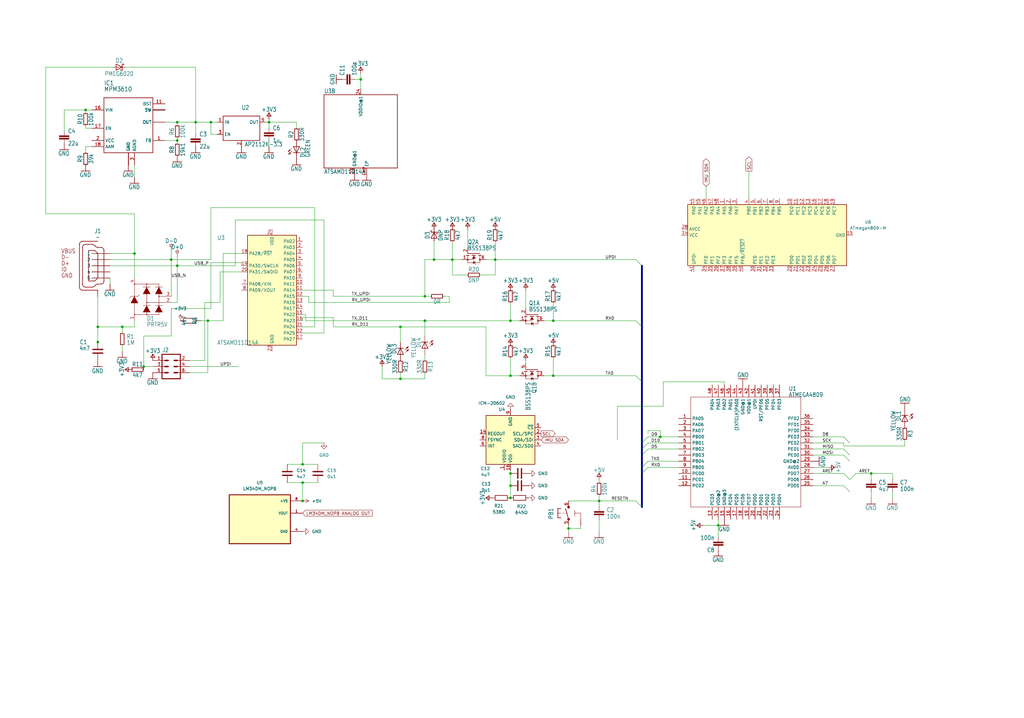
<source format=kicad_sch>
(kicad_sch (version 20231120) (generator "eeschema") (generator_version "8.0")
  (paper "User" 425.45 298.602)
  (junction (at 86.36 133.35))
  (junction (at 361.95 196.85))
  (junction (at 176.53 133.35))
  (junction (at 212.09 207.01))
  (junction (at 229.87 133.35))
  (junction (at 55.88 105.41))
  (junction (at 125.73 200.66))
  (junction (at 187.96 107.95))
  (junction (at 166.37 157.48))
  (junction (at 50.8 135.89))
  (junction (at 229.87 156.21))
  (junction (at 298.45 218.44))
  (junction (at 87.63 50.8))
  (junction (at 176.53 123.19))
  (junction (at 40.64 142.24))
  (junction (at 73.66 110.49))
  (junction (at 212.09 201.93))
  (junction (at 73.66 58.42))
  (junction (at 125.73 208.28))
  (junction (at 180.34 107.95))
  (junction (at 236.22 219.71))
  (junction (at 205.74 107.95))
  (junction (at 166.37 135.89))
  (junction (at 59.69 152.4))
  (junction (at 73.66 50.8))
  (junction (at 274.32 181.61))
  (junction (at 71.12 107.95))
  (junction (at 35.56 45.72))
  (junction (at 81.28 50.8))
  (junction (at 248.92 208.28))
  (junction (at 40.64 135.89))
  (junction (at 125.73 193.04))
  (junction (at 212.09 196.85))
  (junction (at 212.09 156.21))
  (junction (at 111.76 50.8))
  (junction (at 212.09 133.35))
  (junction (at 149.86 33.02))
  (bus_entry (at 264.16 208.28) (size 2.54 2.54))
  (bus_entry (at 264.16 156.21) (size 2.54 2.54))
  (bus_entry (at 269.24 194.31) (size -2.54 2.54))
  (bus_entry (at 350.52 201.93) (size 2.54 2.54))
  (bus_entry (at 350.52 186.69) (size 2.54 2.54))
  (bus_entry (at 350.52 189.23) (size 2.54 2.54))
  (bus_entry (at 269.24 181.61) (size -2.54 2.54))
  (bus_entry (at 264.16 107.95) (size 2.54 2.54))
  (bus_entry (at 350.52 196.85) (size 2.54 2.54))
  (bus_entry (at 269.24 184.15) (size -2.54 2.54))
  (bus_entry (at 355.6 196.85) (size -2.54 2.54))
  (bus_entry (at 264.16 133.35) (size 2.54 2.54))
  (bus_entry (at 350.52 181.61) (size 2.54 2.54))
  (bus_entry (at 269.24 186.69) (size -2.54 2.54))
  (bus_entry (at 269.24 191.77) (size -2.54 2.54))
  (wire (pts (xy 68.58 58.42) (xy 73.66 58.42)) (stroke (width 0.1524)))
  (bus (pts (xy 266.7 158.75) (xy 266.7 135.89)) (stroke (width 0.762)))
  (wire (pts (xy 176.53 147.32) (xy 176.53 149.86)))
  (wire (pts (xy 55.88 88.9) (xy 55.88 105.41)) (stroke (width 0.1524)))
  (wire (pts (xy 73.66 58.42) (xy 73.66 57.15)) (stroke (width 0.1524)))
  (wire (pts (xy 26.67 45.72) (xy 26.67 54.61)) (stroke (width 0.1524)))
  (wire (pts (xy 71.12 125.73) (xy 73.66 125.73)) (stroke (width 0.1524)))
  (wire (pts (xy 55.88 73.66) (xy 55.88 68.58)) (stroke (width 0.1524)))
  (wire (pts (xy 55.88 105.41) (xy 55.88 115.57)) (stroke (width 0.1524)))
  (wire (pts (xy 130.81 86.36) (xy 130.81 135.89)) (stroke (width 0.1524)))
  (wire (pts (xy 274.32 179.07) (xy 274.32 181.61)))
  (wire (pts (xy 138.43 123.19) (xy 138.43 120.65)) (stroke (width 0.1524)))
  (wire (pts (xy 87.63 50.8) (xy 81.28 50.8)) (stroke (width 0.1524)))
  (wire (pts (xy 92.71 105.41) (xy 100.33 105.41)) (stroke (width 0.1524)))
  (wire (pts (xy 87.63 109.22) (xy 100.33 109.22)) (stroke (width 0.1524)))
  (wire (pts (xy 215.9 133.35) (xy 212.09 133.35)) (stroke (width 0.1524)))
  (wire (pts (xy 128.27 125.73) (xy 128.27 123.19)) (stroke (width 0.1524)))
  (wire (pts (xy 50.8 138.43) (xy 50.8 135.89)) (stroke (width 0.1524)))
  (wire (pts (xy 176.53 139.7) (xy 176.53 133.35)) (stroke (width 0.1524)))
  (wire (pts (xy 68.58 50.8) (xy 73.66 50.8)) (stroke (width 0.1524)))
  (wire (pts (xy 78.74 149.86) (xy 85.09 149.86)) (stroke (width 0.1524)))
  (wire (pts (xy 87.63 128.27) (xy 87.63 109.22)) (stroke (width 0.1524)))
  (wire (pts (xy 111.76 50.8) (xy 123.19 50.8)) (stroke (width 0.1524)))
  (wire (pts (xy 229.87 156.21) (xy 264.16 156.21)) (stroke (width 0.1524)))
  (wire (pts (xy 73.66 106.68) (xy 73.66 110.49)) (stroke (width 0.1524)))
  (wire (pts (xy 35.56 45.72) (xy 26.67 45.72)) (stroke (width 0.1524)))
  (wire (pts (xy 248.92 208.28) (xy 248.92 210.82)) (stroke (width 0.1524)))
  (wire (pts (xy 73.66 58.42) (xy 73.66 59.69)) (stroke (width 0.1524)))
  (wire (pts (xy 337.82 184.15) (xy 350.52 184.15)) (stroke (width 0.1524)))
  (wire (pts (xy 81.28 50.8) (xy 81.28 55.88)) (stroke (width 0.1524)))
  (wire (pts (xy 337.82 201.93) (xy 350.52 201.93)) (stroke (width 0.1524)))
  (wire (pts (xy 128.27 123.19) (xy 125.73 123.19)) (stroke (width 0.1524)))
  (wire (pts (xy 201.93 107.95) (xy 205.74 107.95)) (stroke (width 0.1524)))
  (wire (pts (xy 311.15 71.12) (xy 311.15 82.55)))
  (wire (pts (xy 73.66 50.8) (xy 73.66 52.07)) (stroke (width 0.1524)))
  (bus (pts (xy 266.7 184.15) (xy 266.7 158.75)) (stroke (width 0.762)))
  (wire (pts (xy 71.12 104.14) (xy 71.12 107.95)) (stroke (width 0.1524)))
  (wire (pts (xy 158.75 157.48) (xy 158.75 152.4)) (stroke (width 0.1524)))
  (wire (pts (xy 134.62 138.43) (xy 125.73 138.43)) (stroke (width 0.1524)))
  (wire (pts (xy 123.19 50.8) (xy 123.19 53.34)) (stroke (width 0.1524)))
  (wire (pts (xy 361.95 199.39) (xy 361.95 196.85)) (stroke (width 0.1524)))
  (wire (pts (xy 300.99 158.75) (xy 300.99 160.02)) (stroke (width 0.1524)))
  (wire (pts (xy 187.96 107.95) (xy 191.77 107.95)) (stroke (width 0.1524)))
  (wire (pts (xy 78.74 152.4) (xy 99.06 152.4)) (stroke (width 0.1524)))
  (wire (pts (xy 55.88 135.89) (xy 55.88 133.35)) (stroke (width 0.1524)))
  (wire (pts (xy 205.74 114.3) (xy 199.39 114.3)) (stroke (width 0.1524)))
  (wire (pts (xy 292.1 218.44) (xy 298.45 218.44)) (stroke (width 0.1524)))
  (wire (pts (xy 138.43 123.19) (xy 176.53 123.19)) (stroke (width 0.1524)))
  (wire (pts (xy 229.87 125.73) (xy 229.87 133.35)) (stroke (width 0.1524)))
  (bus (pts (xy 266.7 186.69) (xy 266.7 184.15)) (stroke (width 0.762)))
  (wire (pts (xy 248.92 200.66) (xy 248.92 199.39)) (stroke (width 0.1524)))
  (wire (pts (xy 87.63 86.36) (xy 130.81 86.36)) (stroke (width 0.1524)))
  (wire (pts (xy 205.74 107.95) (xy 264.16 107.95)) (stroke (width 0.1524)))
  (wire (pts (xy 91.44 125.73) (xy 91.44 113.03)) (stroke (width 0.1524)))
  (wire (pts (xy 87.63 107.95) (xy 87.63 86.36)) (stroke (width 0.1524)))
  (wire (pts (xy 45.72 105.41) (xy 55.88 105.41)) (stroke (width 0.1524)))
  (wire (pts (xy 176.53 123.19) (xy 176.53 107.95)) (stroke (width 0.1524)))
  (wire (pts (xy 40.64 142.24) (xy 40.64 143.51)))
  (wire (pts (xy 149.86 33.02) (xy 149.86 36.83)) (stroke (width 0.1524)))
  (wire (pts (xy 176.53 123.19) (xy 179.07 123.19)) (stroke (width 0.1524)))
  (wire (pts (xy 110.49 50.8) (xy 111.76 50.8)) (stroke (width 0.1524)))
  (wire (pts (xy 350.52 184.15) (xy 350.52 185.42)) (stroke (width 0.1524)))
  (wire (pts (xy 248.92 208.28) (xy 264.16 208.28)) (stroke (width 0.1524)))
  (wire (pts (xy 212.09 148.59) (xy 212.09 156.21)) (stroke (width 0.1524)))
  (wire (pts (xy 256.54 182.88) (xy 256.54 168.91)))
  (wire (pts (xy 269.24 194.31) (xy 281.94 194.31)) (stroke (width 0.1524)))
  (wire (pts (xy 226.06 133.35) (xy 229.87 133.35)) (stroke (width 0.1524)))
  (wire (pts (xy 97.79 110.49) (xy 97.79 91.44)) (stroke (width 0.1524)))
  (wire (pts (xy 293.37 77.47) (xy 293.37 82.55)))
  (wire (pts (xy 125.73 130.81) (xy 127 130.81)) (stroke (width 0.1524)))
  (wire (pts (xy 111.76 50.8) (xy 111.76 49.53)) (stroke (width 0.1524)))
  (wire (pts (xy 128.27 125.73) (xy 186.69 125.73)) (stroke (width 0.1524)))
  (wire (pts (xy 138.43 132.08) (xy 125.73 132.08)) (stroke (width 0.1524)))
  (wire (pts (xy 138.43 135.89) (xy 166.37 135.89)) (stroke (width 0.1524)))
  (wire (pts (xy 194.31 114.3) (xy 187.96 114.3)) (stroke (width 0.1524)))
  (wire (pts (xy 375.92 182.88) (xy 375.92 185.42)))
  (wire (pts (xy 269.24 180.34) (xy 269.24 179.07)))
  (wire (pts (xy 337.82 189.23) (xy 350.52 189.23)) (stroke (width 0.1524)))
  (wire (pts (xy 19.05 27.94) (xy 46.99 27.94)) (stroke (width 0.1524)))
  (wire (pts (xy 166.37 154.94) (xy 166.37 157.48)) (stroke (width 0.1524)))
  (wire (pts (xy 35.56 46.99) (xy 35.56 45.72)) (stroke (width 0.1524)))
  (wire (pts (xy 127 133.35) (xy 127 130.81)) (stroke (width 0.1524)))
  (wire (pts (xy 86.36 133.35) (xy 92.71 133.35)) (stroke (width 0.1524)))
  (wire (pts (xy 201.93 135.89) (xy 201.93 156.21)) (stroke (width 0.1524)))
  (wire (pts (xy 281.94 181.61) (xy 274.32 181.61)) (stroke (width 0.1524)))
  (wire (pts (xy 298.45 218.44) (xy 298.45 223.52)) (stroke (width 0.1524)))
  (wire (pts (xy 130.81 135.89) (xy 125.73 135.89)) (stroke (width 0.1524)))
  (wire (pts (xy 337.82 181.61) (xy 350.52 181.61)) (stroke (width 0.1524)))
  (wire (pts (xy 19.05 27.94) (xy 19.05 88.9)) (stroke (width 0.1524)))
  (wire (pts (xy 134.62 91.44) (xy 134.62 138.43)) (stroke (width 0.1524)))
  (wire (pts (xy 187.96 100.33) (xy 187.96 107.95)) (stroke (width 0.1524)))
  (wire (pts (xy 166.37 135.89) (xy 201.93 135.89)) (stroke (width 0.1524)))
  (wire (pts (xy 184.15 123.19) (xy 186.69 123.19)) (stroke (width 0.1524)))
  (wire (pts (xy 119.38 193.04) (xy 125.73 193.04)))
  (wire (pts (xy 370.84 207.01) (xy 370.84 204.47)) (stroke (width 0.1524)))
  (wire (pts (xy 361.95 207.01) (xy 361.95 204.47)) (stroke (width 0.1524)))
  (wire (pts (xy 176.53 107.95) (xy 180.34 107.95)) (stroke (width 0.1524)))
  (wire (pts (xy 344.17 194.31) (xy 337.82 194.31)) (stroke (width 0.1524)))
  (wire (pts (xy 59.69 153.67) (xy 59.69 152.4)) (stroke (width 0.1524)))
  (wire (pts (xy 166.37 157.48) (xy 176.53 157.48)) (stroke (width 0.1524)))
  (bus (pts (xy 266.7 189.23) (xy 266.7 186.69)) (stroke (width 0.762)))
  (wire (pts (xy 194.31 95.25) (xy 194.31 102.87)) (stroke (width 0.1524)))
  (wire (pts (xy 50.8 135.89) (xy 55.88 135.89)) (stroke (width 0.1524)))
  (wire (pts (xy 35.56 45.72) (xy 38.1 45.72)) (stroke (width 0.1524)))
  (bus (pts (xy 266.7 194.31) (xy 266.7 189.23)) (stroke (width 0.762)))
  (wire (pts (xy 212.09 201.93) (xy 212.09 207.01)))
  (wire (pts (xy 281.94 191.77) (xy 269.24 191.77)) (stroke (width 0.1524)))
  (wire (pts (xy 73.66 50.8) (xy 81.28 50.8)) (stroke (width 0.1524)))
  (wire (pts (xy 38.1 60.96) (xy 35.56 60.96)) (stroke (width 0.1524)))
  (wire (pts (xy 218.44 149.86) (xy 218.44 151.13)) (stroke (width 0.1524)))
  (wire (pts (xy 226.06 156.21) (xy 229.87 156.21)) (stroke (width 0.1524)))
  (wire (pts (xy 236.22 218.44) (xy 236.22 219.71)) (stroke (width 0.1524)))
  (wire (pts (xy 73.66 110.49) (xy 97.79 110.49)) (stroke (width 0.1524)))
  (wire (pts (xy 248.92 208.28) (xy 236.22 208.28)) (stroke (width 0.1524)))
  (wire (pts (xy 82.55 133.35) (xy 83.82 133.35)))
  (wire (pts (xy 180.34 107.95) (xy 187.96 107.95)) (stroke (width 0.1524)))
  (wire (pts (xy 92.71 133.35) (xy 92.71 105.41)) (stroke (width 0.1524)))
  (wire (pts (xy 138.43 135.89) (xy 138.43 132.08)) (stroke (width 0.1524)))
  (wire (pts (xy 71.12 139.7) (xy 71.12 128.27)) (stroke (width 0.1524)))
  (wire (pts (xy 149.86 30.48) (xy 149.86 33.02)) (stroke (width 0.1524)))
  (wire (pts (xy 370.84 196.85) (xy 361.95 196.85)) (stroke (width 0.1524)))
  (wire (pts (xy 134.62 184.15) (xy 125.73 184.15)))
  (wire (pts (xy 212.09 196.85) (xy 212.09 201.93)))
  (wire (pts (xy 38.1 53.34) (xy 35.56 53.34)) (stroke (width 0.1524)))
  (wire (pts (xy 274.32 181.61) (xy 269.24 181.61)) (stroke (width 0.1524)))
  (wire (pts (xy 85.09 125.73) (xy 85.09 149.86)) (stroke (width 0.1524)))
  (wire (pts (xy 212.09 156.21) (xy 215.9 156.21)) (stroke (width 0.1524)))
  (wire (pts (xy 212.09 195.58) (xy 212.09 196.85)))
  (wire (pts (xy 337.82 186.69) (xy 350.52 186.69)) (stroke (width 0.1524)))
  (wire (pts (xy 337.82 196.85) (xy 350.52 196.85)) (stroke (width 0.1524)))
  (wire (pts (xy 59.69 152.4) (xy 59.69 139.7)) (stroke (width 0.1524)))
  (wire (pts (xy 50.8 146.05) (xy 50.8 143.51)) (stroke (width 0.1524)))
  (wire (pts (xy 71.12 123.19) (xy 71.12 107.95)) (stroke (width 0.1524)))
  (wire (pts (xy 82.55 133.35) (xy 86.36 133.35)) (stroke (width 0.1524)))
  (wire (pts (xy 85.09 125.73) (xy 91.44 125.73)) (stroke (width 0.1524)))
  (wire (pts (xy 40.64 135.89) (xy 40.64 142.24)) (stroke (width 0.1524)))
  (wire (pts (xy 52.07 27.94) (xy 81.28 27.94)))
  (wire (pts (xy 71.12 128.27) (xy 87.63 128.27)) (stroke (width 0.1524)))
  (wire (pts (xy 269.24 179.07) (xy 274.32 179.07)))
  (wire (pts (xy 125.73 132.08) (xy 125.73 133.35)) (stroke (width 0.1524)))
  (wire (pts (xy 90.17 55.88) (xy 87.63 55.88)) (stroke (width 0.1524)))
  (wire (pts (xy 298.45 215.9) (xy 298.45 218.44)) (stroke (width 0.1524)))
  (wire (pts (xy 73.66 125.73) (xy 73.66 110.49)) (stroke (width 0.1524)))
  (wire (pts (xy 180.34 100.33) (xy 180.34 107.95)) (stroke (width 0.1524)))
  (wire (pts (xy 236.22 219.71) (xy 236.22 220.98)) (stroke (width 0.1524)))
  (wire (pts (xy 86.36 154.94) (xy 86.36 133.35)) (stroke (width 0.1524)))
  (wire (pts (xy 45.72 107.95) (xy 71.12 107.95)) (stroke (width 0.1524)))
  (wire (pts (xy 229.87 148.59) (xy 229.87 156.21)) (stroke (width 0.1524)))
  (wire (pts (xy 63.5 152.4) (xy 59.69 152.4)) (stroke (width 0.1524)))
  (wire (pts (xy 350.52 185.42) (xy 375.92 185.42)) (stroke (width 0.1524)))
  (wire (pts (xy 87.63 50.8) (xy 90.17 50.8)) (stroke (width 0.1524)))
  (wire (pts (xy 256.54 168.91) (xy 275.59 168.91)))
  (wire (pts (xy 125.73 184.15) (xy 125.73 193.04)))
  (wire (pts (xy 236.22 219.71) (xy 241.3 219.71)) (stroke (width 0.1524)))
  (wire (pts (xy 125.73 200.66) (xy 125.73 208.28)))
  (wire (pts (xy 78.74 154.94) (xy 86.36 154.94)) (stroke (width 0.1524)))
  (wire (pts (xy 275.59 158.75) (xy 300.99 158.75)))
  (wire (pts (xy 275.59 168.91) (xy 275.59 158.75)))
  (wire (pts (xy 87.63 55.88) (xy 87.63 50.8)) (stroke (width 0.1524)))
  (wire (pts (xy 186.69 123.19) (xy 186.69 125.73)) (stroke (width 0.1524)))
  (wire (pts (xy 127 133.35) (xy 176.53 133.35)) (stroke (width 0.1524)))
  (wire (pts (xy 187.96 114.3) (xy 187.96 107.95)) (stroke (width 0.1524)))
  (wire (pts (xy 50.8 135.89) (xy 40.64 135.89)) (stroke (width 0.1524)))
  (wire (pts (xy 35.56 60.96) (xy 35.56 63.5)) (stroke (width 0.1524)))
  (wire (pts (xy 281.94 186.69) (xy 269.24 186.69)) (stroke (width 0.1524)))
  (wire (pts (xy 111.76 53.34) (xy 111.76 50.8)) (stroke (width 0.1524)))
  (wire (pts (xy 212.09 133.35) (xy 176.53 133.35)) (stroke (width 0.1524)))
  (wire (pts (xy 218.44 128.27) (xy 218.44 120.65)) (stroke (width 0.1524)))
  (wire (pts (xy 125.73 193.04) (xy 132.08 193.04)))
  (wire (pts (xy 81.28 27.94) (xy 81.28 50.8)))
  (wire (pts (xy 205.74 107.95) (xy 205.74 100.33)) (stroke (width 0.1524)))
  (wire (pts (xy 100.33 109.22) (xy 100.33 110.49)) (stroke (width 0.1524)))
  (wire (pts (xy 147.32 33.02) (xy 149.86 33.02)) (stroke (width 0.1524)))
  (wire (pts (xy 45.72 110.49) (xy 73.66 110.49)) (stroke (width 0.1524)))
  (wire (pts (xy 35.56 53.34) (xy 35.56 52.07)) (stroke (width 0.1524)))
  (wire (pts (xy 97.79 91.44) (xy 134.62 91.44)) (stroke (width 0.1524)))
  (bus (pts (xy 266.7 196.85) (xy 266.7 194.31)) (stroke (width 0.762)))
  (wire (pts (xy 40.64 123.19) (xy 40.64 135.89)) (stroke (width 0.1524)))
  (wire (pts (xy 361.95 196.85) (xy 355.6 196.85)) (stroke (width 0.1524)))
  (wire (pts (xy 111.76 60.96) (xy 111.76 58.42)) (stroke (width 0.1524)))
  (wire (pts (xy 125.73 200.66) (xy 132.08 200.66)))
  (wire (pts (xy 201.93 156.21) (xy 212.09 156.21)) (stroke (width 0.1524)))
  (wire (pts (xy 166.37 157.48) (xy 158.75 157.48)) (stroke (width 0.1524)))
  (wire (pts (xy 138.43 120.65) (xy 125.73 120.65)) (stroke (width 0.1524)))
  (bus (pts (xy 266.7 135.89) (xy 266.7 110.49)) (stroke (width 0.762)))
  (wire (pts (xy 119.38 200.66) (xy 125.73 200.66)))
  (wire (pts (xy 248.92 205.74) (xy 248.92 208.28)) (stroke (width 0.1524)))
  (wire (pts (xy 281.94 184.15) (xy 269.24 184.15)) (stroke (width 0.1524)))
  (wire (pts (xy 71.12 107.95) (xy 87.63 107.95)) (stroke (width 0.1524)))
  (wire (pts (xy 19.05 88.9) (xy 55.88 88.9)) (stroke (width 0.1524)))
  (wire (pts (xy 205.74 107.95) (xy 205.74 114.3)) (stroke (width 0.1524)))
  (bus (pts (xy 266.7 210.82) (xy 266.7 196.85)) (stroke (width 0.762)))
  (wire (pts (xy 176.53 157.48) (xy 176.53 154.94)) (stroke (width 0.1524)))
  (wire (pts (xy 241.3 219.71) (xy 241.3 218.44)) (stroke (width 0.1524)))
  (wire (pts (xy 91.44 113.03) (xy 100.33 113.03)) (stroke (width 0.1524)))
  (wire (pts (xy 229.87 133.35) (xy 264.16 133.35)) (stroke (width 0.1524)))
  (wire (pts (xy 248.92 220.98) (xy 248.92 215.9)) (stroke (width 0.1524)))
  (wire (pts (xy 212.09 125.73) (xy 212.09 133.35)) (stroke (width 0.1524)))
  (wire (pts (xy 59.69 139.7) (xy 71.12 139.7)) (stroke (width 0.1524)))
  (wire (pts (xy 370.84 199.39) (xy 370.84 196.85)) (stroke (width 0.1524)))
  (wire (pts (xy 166.37 142.24) (xy 166.37 135.89)) (stroke (width 0.1524)))
  (wire (pts (xy 45.72 115.57) (xy 45.72 118.11)) (stroke (width 0.1524)))
  (label "UPDI" (at 251.46 107.95 0) (effects (font (size 1.2446 1.2446))))
  (label "TX_UPDI" (at 146.05 123.19 0) (effects (font (size 1.2446 1.2446))))
  (label "D10~{}" (at 270.51 184.15 0) (effects (font (size 1.2446 1.2446))))
  (label "TX0" (at 251.46 156.21 0) (effects (font (size 1.2446 1.2446))))
  (label "SCK" (at 341.63 184.15 0) (effects (font (size 1.2446 1.2446))))
  (label "A7" (at 341.63 201.93 0) (effects (font (size 1.2446 1.2446))))
  (label "D9~{}" (at 270.51 181.61 0) (effects (font (size 1.2446 1.2446))))
  (label "D5~{}" (at 270.51 186.69 0) (effects (font (size 1.2446 1.2446))))
  (label "MISO" (at 341.63 186.69 0) (effects (font (size 1.2446 1.2446))))
  (label "RX0" (at 251.46 133.35 0) (effects (font (size 1.2446 1.2446))))
  (label "RESETN" (at 254 208.28 0) (effects (font (size 1.2446 1.2446))))
  (label "TX_D11" (at 146.05 133.35 0) (effects (font (size 1.2446 1.2446))))
  (label "AREF" (at 341.63 196.85 0) (effects (font (size 1.2446 1.2446))))
  (label "MOSI" (at 341.63 189.23 0) (effects (font (size 1.2446 1.2446))))
  (label "RX0" (at 270.51 194.31 0) (effects (font (size 1.2446 1.2446))))
  (label "USB_N" (at 71.12 115.57 0) (effects (font (size 1.2446 1.2446))))
  (label "USB_P" (at 80.645 110.49 0) (effects (font (size 1.2446 1.2446))))
  (label "TX0" (at 270.51 191.77 0) (effects (font (size 1.2446 1.2446))))
  (label "D8" (at 341.63 181.61 0) (effects (font (size 1.2446 1.2446))))
  (label "AREF" (at 356.87 196.85 0) (effects (font (size 1.2446 1.2446))))
  (label "UPDI" (at 91.44 152.4 0) (effects (font (size 1.2446 1.2446))))
  (label "RX_D11" (at 146.05 135.89 0) (effects (font (size 1.2446 1.2446))))
  (label "RX_UPDI" (at 146.05 125.73 0) (effects (font (size 1.2446 1.2446))))
  (global_label "SCL" (shape output) (at 311.15 71.12 90) (property "Intersheetrefs" "${INTERSHEET_REFS}" (effects (hide yes))))
  (global_label "IMU SDA" (shape bidirectional) (at 293.37 77.47 90) (property "Intersheetrefs" "${INTERSHEET_REFS}" (effects (hide yes))))
  (global_label "SCL" (shape output) (at 224.79 180.34 0) (property "Intersheetrefs" "${INTERSHEET_REFS}" (effects (hide yes))))
  (global_label "LM34DM_NOPB ANALOG OUT" (shape input) (at 125.73 213.36 0) (property "Intersheetrefs" "${INTERSHEET_REFS}" (effects (hide yes))))
  (global_label "IMU SDA" (shape bidirectional) (at 224.79 182.88 0) (property "Intersheetrefs" "${INTERSHEET_REFS}" (effects (hide yes))))
  (symbol (lib_id "NANOEveryV3.0-eagle-import:Arduino-supply_GND") (at 152.4 74.93 0) (unit 1)
    (property "Reference" "#GND027" (effects (hide yes)))
    (property "Value" "GND" (at 149.86 77.47 0) (effects (font (size 1.778 1.5113)) (justify left bottom)))
  )
  (symbol (lib_id "Device:C") (at 40.64 146.05 0) (unit 1)
    (property "Reference" "C1" (at 33.0962 142.24 0) (effects (font (size 1.778 1.5113)) (justify left)))
    (property "Value" "4n7" (at 32.9438 144.78 0) (effects (font (size 1.778 1.5113)) (justify left)))
    (property "Footprint" "Capacitor_SMD:C_0805_2012Metric" (effects (hide yes)))
    (property "Description" "Unpolarized capacitor" (effects (hide yes)))
    (property "VOLTAGE" "1KV" (effects (hide yes)))
  )
  (symbol (lib_id "NANOEveryV3.0-eagle-import:+3V3") (at 149.86 27.94 0) (unit 1)
    (property "Reference" "#+3V04" (effects (hide yes)))
    (property "Value" "+3V3" (at 149.86 27.432 0) (effects (font (size 1.778 1.5113)) (justify bottom)))
  )
  (symbol (lib_id "NANOEveryV3.0-eagle-import:R-0402") (at 187.96 97.79 90) (unit 1)
    (property "Reference" "R18" (at 186.69 97.79 0) (effects (font (size 1.778 1.5113)) (justify bottom)))
    (property "Value" "4k7" (at 189.23 97.79 0) (effects (font (size 1.778 1.5113)) (justify top)))
    (property "Footprint" "Resistor_SMD:R_0402_1005Metric" (effects (hide yes)))
  )
  (symbol (lib_id "NANOEveryV3.0-eagle-import:Arduino-supply_GND") (at 236.22 223.52 0) (unit 1)
    (property "Reference" "#GND017" (effects (hide yes)))
    (property "Value" "GND" (at 233.68 226.06 0) (effects (font (size 1.778 1.5113)) (justify left bottom)))
  )
  (symbol (lib_id "NANOEveryV3.0-eagle-import:+5V") (at 229.87 140.97 0) (unit 1)
    (property "Reference" "#P+09" (effects (hide yes)))
    (property "Value" "+5V" (at 229.87 140.462 0) (effects (font (size 1.778 1.5113)) (justify bottom)))
  )
  (symbol (lib_id "NANOEveryV3.0-eagle-import:R-0402") (at 229.87 146.05 90) (unit 1)
    (property "Reference" "R15" (at 228.6 146.05 0) (effects (font (size 1.778 1.5113)) (justify bottom)))
    (property "Value" "4k7" (at 231.14 146.05 0) (effects (font (size 1.778 1.5113)) (justify top)))
    (property "Footprint" "Resistor_SMD:R_0402_1005Metric" (effects (hide yes)))
  )
  (symbol (lib_id "NANOEveryV3.0-eagle-import:+3V3") (at 218.44 147.32 0) (unit 1)
    (property "Reference" "#+3V06" (effects (hide yes)))
    (property "Value" "+3V3" (at 218.44 146.812 0) (effects (font (size 1.778 1.5113)) (justify bottom)))
  )
  (symbol (lib_id "NANOEveryV3.0-eagle-import:C-0402") (at 144.78 33.02 90) (unit 1)
    (property "Reference" "C11" (at 143.129 31.496 0) (effects (font (size 1.778 1.5113)) (justify left bottom)))
    (property "Value" "100n" (at 148.209 31.496 0) (effects (font (size 1.778 1.5113)) (justify left bottom)))
    (property "Footprint" "Capacitor_SMD:C_0402_1005Metric" (effects (hide yes)))
  )
  (symbol (lib_id "NANOEveryV3.0-eagle-import:+3V3") (at 194.31 92.71 0) (unit 1)
    (property "Reference" "#+3V014" (effects (hide yes)))
    (property "Value" "+3V3" (at 194.31 92.202 0) (effects (font (size 1.778 1.5113)) (justify bottom)))
  )
  (symbol (lib_id "power:+5V") (at 125.73 208.28 270) (unit 1)
    (property "Reference" "#PWR09" (effects (hide yes)))
    (property "Value" "+5V" (at 129.54 208.2799 90) (effects (justify left)))
    (property "Description" "Power symbol creates a global label with name \"+5V\"" (effects (hide yes)))
  )
  (symbol (lib_id "power:GND") (at 125.73 220.98 90) (unit 1)
    (property "Reference" "#PWR010" (effects (hide yes)))
    (property "Value" "GND" (at 129.54 220.9799 90) (effects (justify right)))
    (property "Description" "Power symbol creates a global label with name \"GND\" , ground" (effects (hide yes)))
  )
  (symbol (lib_id "MCU_Microchip_SAMD:ATSAMD11D14A-M") (at 113.03 120.65 0) (unit 1)
    (property "Reference" "U3" (at 90.17 99.822 0) (effects (font (size 1.778 1.5113)) (justify left bottom)))
    (property "Value" "ATSAMD11D14A" (at 90.17 141.478 0) (effects (font (size 1.778 1.5113)) (justify left top)))
    (property "Footprint" "Package_DFN_QFN:QFN-24-1EP_4x4mm_P0.5mm_EP2.6x2.6mm" (effects (hide yes)))
    (property "Datasheet" "http://ww1.microchip.com/downloads/en/DeviceDoc/Atmel-42363-SAM-D11_Datasheet.pdf" (effects (hide yes)))
    (property "Description" "ARM Cortex-M0+ MCU, 48MHz, 16KB Flash, 4KB RAM, 1.6-3.6V, 22 GPIO, QFN-24" (effects (hide yes)))
  )
  (symbol (lib_id "NANOEveryV3.0-eagle-import:Arduino-supply_GND") (at 340.36 191.77 90) (unit 1)
    (property "Reference" "#GND01" (effects (hide yes)))
    (property "Value" "GND" (at 342.9 194.31 0) (effects (font (size 1.778 1.5113)) (justify left bottom)))
  )
  (symbol (lib_id "power:+3V3") (at 74.93 133.35 0) (unit 1)
    (property "Reference" "#PWR04" (effects (hide yes)))
    (property "Value" "+3V3" (at 74.93 128.27 0))
    (property "Description" "Power symbol creates a global label with name \"+3V3\"" (effects (hide yes)))
  )
  (symbol (lib_id "NANOEveryV3.0-eagle-import:Arduino-supply_GND") (at 361.95 209.55 0) (unit 1)
    (property "Reference" "#GND07" (effects (hide yes)))
    (property "Value" "GND" (at 359.41 212.09 0) (effects (font (size 1.778 1.5113)) (justify left bottom)))
  )
  (symbol (lib_id "NANOEveryV3.0-eagle-import:ATMEGA4809") (at 309.88 187.96 0) (unit 1)
    (property "Reference" "U1" (at 327.66 162.56 0) (effects (font (size 1.778 1.5113)) (justify left bottom)))
    (property "Value" "ATMEGA4809" (at 327.66 165.1 0) (effects (font (size 1.778 1.5113)) (justify left bottom)))
    (property "Footprint" "ATMEGA4809_AFR:TQFP48_7x7MC_MCH" (effects (hide yes)))
  )
  (symbol (lib_id "NANOEveryV3.0-eagle-import:Arduino-supply_GND") (at 123.19 68.58 0) (unit 1)
    (property "Reference" "#GND014" (effects (hide yes)))
    (property "Value" "GND" (at 120.65 71.12 0) (effects (font (size 1.778 1.5113)) (justify left bottom)))
  )
  (symbol (lib_id "NANOEveryV3.0-eagle-import:C-0402") (at 248.92 213.36 0) (unit 1)
    (property "Reference" "C2" (at 251.968 212.979 0) (effects (font (size 1.778 1.5113)) (justify left bottom)))
    (property "Value" "100n" (at 251.968 213.741 0) (effects (font (size 1.778 1.5113)) (justify left top)))
    (property "Footprint" "Capacitor_SMD:C_0402_1005Metric" (effects (hide yes)))
  )
  (symbol (lib_id "NANOEveryV3.0-eagle-import:C-0402") (at 370.84 201.93 0) (unit 1)
    (property "Reference" "C7" (at 373.888 201.549 0) (effects (font (size 1.778 1.5113)) (justify left bottom)))
    (property "Value" "100n" (at 373.888 202.311 0) (effects (font (size 1.778 1.5113)) (justify left top)))
    (property "Footprint" "Capacitor_SMD:C_0402_1005Metric" (effects (hide yes)))
  )
  (symbol (lib_id "NANOEveryV3.0-eagle-import:USB-MICRO") (at 38.1 110.49 0) (unit 1)
    (property "Reference" "J1" (at 40.64 97.028 0) (effects (font (size 1.778 1.5113)) (justify bottom)))
    (property "Value" "-" (at 40.64 99.314 0) (effects (justify bottom)))
    (property "Footprint" "Connector_USB:USB_Micro-AB_Molex_47590-0001" (effects (hide yes)))
  )
  (symbol (lib_id "NANOEveryV3.0-eagle-import:+5V") (at 248.92 196.85 0) (unit 1)
    (property "Reference" "#P+02" (effects (hide yes)))
    (property "Value" "+5V" (at 248.92 196.342 0) (effects (font (size 1.778 1.5113)) (justify bottom)))
  )
  (symbol (lib_id "NANOEveryV3.0-eagle-import:R-0402") (at 57.15 153.67 0) (unit 1)
    (property "Reference" "R11" (at 57.15 152.4 0) (effects (font (size 1.778 1.5113)) (justify bottom)))
    (property "Value" "4k7" (at 57.15 154.94 0) (effects (font (size 1.778 1.5113)) (justify top)))
    (property "Footprint" "Resistor_SMD:R_0402_1005Metric" (effects (hide yes)))
  )
  (symbol (lib_id "NANOEveryV3.0-eagle-import:LED-0603") (at 166.37 147.32 180) (unit 1)
    (property "Reference" "DL3" (at 162.814 142.748 90) (effects (font (size 1.778 1.5113)) (justify left bottom)))
    (property "Value" "YELLOW" (at 160.655 142.748 90) (effects (font (size 1.778 1.5113)) (justify left bottom)))
    (property "Footprint" "LED_SMD:LED_0603_1608Metric" (effects (hide yes)))
  )
  (symbol (lib_id "NANOEveryV3.0-eagle-import:R-0402") (at 212.09 146.05 90) (unit 1)
    (property "Reference" "R14" (at 210.82 146.05 0) (effects (font (size 1.778 1.5113)) (justify bottom)))
    (property "Value" "4k7" (at 213.36 146.05 0) (effects (font (size 1.778 1.5113)) (justify top)))
    (property "Footprint" "Resistor_SMD:R_0402_1005Metric" (effects (hide yes)))
  )
  (symbol (lib_id "NANOEveryV3.0-eagle-import:R-0402") (at 35.56 49.53 90) (unit 1)
    (property "Reference" "R10" (at 34.29 49.53 0) (effects (font (size 1.778 1.5113)) (justify bottom)))
    (property "Value" "100k" (at 36.83 49.53 0) (effects (font (size 1.778 1.5113)) (justify top)))
    (property "Footprint" "Resistor_SMD:R_0402_1005Metric" (effects (hide yes)))
  )
  (symbol (lib_id "NANOEveryV3.0-eagle-import:Arduino-supply_GND") (at 300.99 218.44 0) (unit 1)
    (property "Reference" "#GND02" (effects (hide yes)))
    (property "Value" "GND" (at 298.45 220.98 0) (effects (font (size 1.778 1.5113)) (justify left bottom)))
  )
  (symbol (lib_id "NANOEveryV3.0-eagle-import:GND") (at 81.28 63.5 0) (unit 1)
    (property "Reference" "#GND025" (effects (hide yes)))
    (property "Value" "GND" (at 78.74 66.04 0) (effects (font (size 1.778 1.5113)) (justify left bottom)))
  )
  (symbol (lib_id "NANOEveryV3.0-eagle-import:R-0402") (at 229.87 123.19 90) (unit 1)
    (property "Reference" "R17" (at 228.6 123.19 0) (effects (font (size 1.778 1.5113)) (justify bottom)))
    (property "Value" "4k7" (at 231.14 123.19 0) (effects (font (size 1.778 1.5113)) (justify top)))
    (property "Footprint" "Resistor_SMD:R_0402_1005Metric" (effects (hide yes)))
  )
  (symbol (lib_id "NANOEveryV3.0-eagle-import:R-0402") (at 196.85 114.3 0) (unit 1)
    (property "Reference" "R20" (at 196.85 113.03 0) (effects (font (size 1.778 1.5113)) (justify bottom)))
    (property "Value" "DNP" (at 196.85 115.57 0) (effects (font (size 1.778 1.5113)) (justify top)))
    (property "Footprint" "Resistor_SMD:R_0402_1005Metric" (effects (hide yes)))
  )
  (symbol (lib_id "NANOEveryV3.0-eagle-import:GND") (at 73.66 67.31 0) (unit 1)
    (property "Reference" "#GND020" (effects (hide yes)))
    (property "Value" "GND" (at 71.12 69.85 0) (effects (font (size 1.778 1.5113)) (justify left bottom)))
  )
  (symbol (lib_id "NANOEveryV3.0-eagle-import:PRTR5V0U2X,215") (at 60.96 123.19 0) (unit 1)
    (property "Reference" "D1" (at 60.96 133.35 0) (effects (font (size 1.778 1.5113)) (justify left bottom)))
    (property "Value" "PRTR5V" (at 60.96 135.89 0) (effects (font (size 1.778 1.5113)) (justify left bottom)))
    (property "Footprint" "Diode_SMD:D_SOD-323" (effects (hide yes)))
  )
  (symbol (lib_id "NANOEveryV3.0-eagle-import:GND") (at 53.34 71.12 0) (unit 1)
    (property "Reference" "#GND015" (effects (hide yes)))
    (property "Value" "GND" (at 50.8 73.66 0) (effects (font (size 1.778 1.5113)) (justify left bottom)))
  )
  (symbol (lib_id "Device:C") (at 215.9 196.85 90) (unit 1)
    (property "Reference" "C12" (at 201.676 194.818 90))
    (property "Value" "4u7" (at 201.676 197.358 90))
    (property "Footprint" "Capacitor_SMD:C_0402_1005Metric" (effects (hide yes)))
    (property "Description" "Unpolarized capacitor" (effects (hide yes)))
  )
  (symbol (lib_id "NANOEveryV3.0-eagle-import:Arduino-supply_GND") (at 308.61 157.48 180) (unit 1)
    (property "Reference" "#GND03" (effects (hide yes)))
    (property "Value" "GND" (at 311.15 154.94 0) (effects (font (size 1.778 1.5113)) (justify left bottom)))
  )
  (symbol (lib_id "NANOEveryV3.0-eagle-import:PINHD-2X03-SMTP") (at 71.12 152.4 0) (unit 1)
    (property "Reference" "J2" (at 67.31 146.558 0) (effects (font (size 1.778 1.5113)) (justify left bottom)))
    (property "Value" "DNP" (effects (hide yes)))
    (property "Footprint" "Connector_PinHeader_1.00mm:PinHeader_2x03_P1.00mm_Vertical" (effects (hide yes)))
  )
  (symbol (lib_id "NANOEveryV3.0-eagle-import:Arduino-supply_GND") (at 248.92 223.52 0) (unit 1)
    (property "Reference" "#GND016" (effects (hide yes)))
    (property "Value" "GND" (at 246.38 226.06 0) (effects (font (size 1.778 1.5113)) (justify left bottom)))
  )
  (symbol (lib_id "NANOEveryV3.0-eagle-import:R-0402") (at 248.92 203.2 90) (unit 1)
    (property "Reference" "R4" (at 247.65 203.2 0) (effects (font (size 1.778 1.5113)) (justify bottom)))
    (property "Value" "100k" (at 250.19 203.2 0) (effects (font (size 1.778 1.5113)) (justify top)))
    (property "Footprint" "Resistor_SMD:R_0402_1005Metric" (effects (hide yes)))
  )
  (symbol (lib_id "NANOEveryV3.0-eagle-import:+5V") (at 205.74 92.71 0) (unit 1)
    (property "Reference" "#P+03" (effects (hide yes)))
    (property "Value" "+5V" (at 205.74 92.202 0) (effects (font (size 1.778 1.5113)) (justify bottom)))
  )
  (symbol (lib_id "NANOEveryV3.0-eagle-import:BSS138PS") (at 220.98 133.35 270) (unit 1)
    (property "Reference" "Q1" (at 219.71 127 90) (effects (font (size 1.778 1.5113)) (justify left bottom)))
    (property "Value" "BSS138PS" (at 219.71 129.54 90) (effects (font (size 1.778 1.5113)) (justify left bottom)))
    (property "Footprint" "Package_TO_SOT_SMD:SOT-363_SC-70-6" (effects (hide yes)))
  )
  (symbol (lib_id "NANOEveryV3.0-eagle-import:+3V3") (at 111.76 46.99 0) (unit 1)
    (property "Reference" "#+3V02" (effects (hide yes)))
    (property "Value" "+3V3" (at 111.76 46.482 0) (effects (font (size 1.778 1.5113)) (justify bottom)))
  )
  (symbol (lib_id "MCU_Microchip_ATmega:ATmega4809-M") (at 318.77 97.79 90) (unit 1)
    (property "Reference" "U6" (at 360.68 92.2938 90))
    (property "Value" "ATmega4809-M" (at 360.68 94.8338 90))
    (property "Footprint" "Package_DFN_QFN:UQFN-48-1EP_6x6mm_P0.4mm_EP4.62x4.62mm" (effects (hide yes)))
    (property "Datasheet" "http://ww1.microchip.com/downloads/en/DeviceDoc/40002016A.pdf" (effects (hide yes)))
    (property "Description" "20MHz, 48kB Flash, 6kB SRAM, 256B EEPROM, UQFN-48" (effects (hide yes)))
  )
  (symbol (lib_id "NANOEveryV3.0-eagle-import:R-0402") (at 205.74 97.79 90) (unit 1)
    (property "Reference" "R19" (at 204.47 97.79 0) (effects (font (size 1.778 1.5113)) (justify bottom)))
    (property "Value" "4k7" (at 207.01 97.79 0) (effects (font (size 1.778 1.5113)) (justify top)))
    (property "Footprint" "Resistor_SMD:R_0402_1005Metric" (effects (hide yes)))
  )
  (symbol (lib_id "NANOEveryV3.0-eagle-import:MPM3610") (at 53.34 50.8 0) (unit 1)
    (property "Reference" "IC1" (at 43.18 35.56 0) (effects (font (size 1.905 1.6192)) (justify left bottom)))
    (property "Value" "MPM3610" (at 43.18 38.1 0) (effects (font (size 1.905 1.6192)) (justify left bottom)))
    (property "Footprint" "Package_DFN_QFN:DFN-18-1EP_3x5mm_P0.5mm_EP1.66x4.4mm" (effects (hide yes)))
  )
  (symbol (lib_id "NANOEveryV3.0-eagle-import:+3V3") (at 63.5 147.32 0) (unit 1)
    (property "Reference" "#+3V09" (effects (hide yes)))
    (property "Value" "+3V3" (at 63.5 146.812 0) (effects (font (size 1.778 1.5113)) (justify bottom)))
  )
  (symbol (lib_id "NANOEveryV3.0-eagle-import:Arduino-supply_GND") (at 370.84 209.55 0) (unit 1)
    (property "Reference" "#GND08" (effects (hide yes)))
    (property "Value" "GND" (at 368.3 212.09 0) (effects (font (size 1.778 1.5113)) (justify left bottom)))
  )
  (symbol (lib_id "NANOEveryV3.0-eagle-import:R-0402") (at 375.92 180.34 270) (unit 1)
    (property "Reference" "R3" (at 377.19 180.34 0) (effects (font (size 1.778 1.5113)) (justify bottom)))
    (property "Value" "330R" (at 374.65 180.34 0) (effects (font (size 1.778 1.5113)) (justify top)))
    (property "Footprint" "Resistor_SMD:R_0402_1005Metric" (effects (hide yes)))
  )
  (symbol (lib_id "NANOEveryV3.0-eagle-import:Arduino-supply_GND") (at 45.72 120.65 0) (unit 1)
    (property "Reference" "#GND09" (effects (hide yes)))
    (property "Value" "GND" (at 43.18 123.19 0) (effects (font (size 1.778 1.5113)) (justify left bottom)))
  )
  (symbol (lib_id "NANOEveryV3.0-eagle-import:LED-0603") (at 375.92 175.26 180) (unit 1)
    (property "Reference" "DL1" (at 372.364 170.688 90) (effects (font (size 1.778 1.5113)) (justify left bottom)))
    (property "Value" "YELLOW" (at 370.205 170.688 90) (effects (font (size 1.778 1.5113)) (justify left bottom)))
    (property "Footprint" "LED_SMD:LED_0603_1608Metric" (effects (hide yes)))
  )
  (symbol (lib_id "NANOEveryV3.0-eagle-import:GND") (at 35.56 71.12 0) (unit 1)
    (property "Reference" "#GND022" (effects (hide yes)))
    (property "Value" "GND" (at 33.02 73.66 0) (effects (font (size 1.778 1.5113)) (justify left bottom)))
  )
  (symbol (lib_id "NANOEveryV3.0-eagle-import:Arduino-supply_GND") (at 50.8 148.59 0) (unit 1)
    (property "Reference" "#GND019" (effects (hide yes)))
    (property "Value" "GND" (at 48.26 151.13 0) (effects (font (size 1.778 1.5113)) (justify left bottom)))
  )
  (symbol (lib_id "NANOEveryV3.0-eagle-import:LED-0603") (at 176.53 144.78 180) (unit 1)
    (property "Reference" "DL4" (at 172.974 140.208 90) (effects (font (size 1.778 1.5113)) (justify left bottom)))
    (property "Value" "YELLOW" (at 170.815 140.208 90) (effects (font (size 1.778 1.5113)) (justify left bottom)))
    (property "Footprint" "LED_SMD:LED_0603_1608Metric" (effects (hide yes)))
  )
  (symbol (lib_id "Device:C") (at 132.08 196.85 0) (unit 1)
    (property "Reference" "C15" (at 135.89 195.5799 0) (effects (justify left)))
    (property "Value" "0u1" (at 135.89 198.1199 0) (effects (justify left)))
    (property "Footprint" "Capacitor_SMD:C_0402_1005Metric" (effects (hide yes)))
    (property "Description" "Unpolarized capacitor" (effects (hide yes)))
  )
  (symbol (lib_id "NANOEveryV3.0-eagle-import:+5V") (at 289.56 218.44 90) (unit 1)
    (property "Reference" "#P+05" (effects (hide yes)))
    (property "Value" "+5V" (at 289.052 218.44 0) (effects (font (size 1.778 1.5113)) (justify bottom)))
  )
  (symbol (lib_id "NANOEveryV3.0-eagle-import:R-0402") (at 50.8 140.97 90) (unit 1)
    (property "Reference" "R1" (at 52.578 139.954 90) (effects (font (size 1.778 1.5113)) (justify right)))
    (property "Value" "1M" (at 52.578 142.494 90) (effects (font (size 1.778 1.5113)) (justify right)))
    (property "Footprint" "Resistor_SMD:R_0402_1005Metric" (effects (hide yes)))
  )
  (symbol (lib_id "NANOEveryV3.0-eagle-import:R-0402") (at 176.53 152.4 270) (unit 1)
    (property "Reference" "R13" (at 177.8 152.4 0) (effects (font (size 1.778 1.5113)) (justify bottom)))
    (property "Value" "330R" (at 175.26 152.4 0) (effects (font (size 1.778 1.5113)) (justify top)))
    (property "Footprint" "Resistor_SMD:R_0402_1005Metric" (effects (hide yes)))
  )
  (symbol (lib_id "NANOEveryV3.0-eagle-import:TPTP-1.00MM") (at 73.66 104.14 0) (unit 1)
    (property "Reference" "D+0" (at 73.66 103.632 0) (effects (font (size 1.778 1.5113)) (justify bottom)))
    (property "Value" "DNP" (effects (hide yes)))
    (property "Footprint" "TestPoint:TestPoint_THTPad_1.0x1.0mm_Drill0.5mm" (effects (hide yes)))
  )
  (symbol (lib_id "Device:R") (at 215.9 207.01 90) (unit 1)
    (property "Reference" "R22" (at 216.662 210.566 90))
    (property "Value" "645Ω" (at 216.662 213.106 90))
    (property "Footprint" "Resistor_SMD:R_0402_1005Metric" (effects (hide yes)))
    (property "Description" "Resistor" (effects (hide yes)))
  )
  (symbol (lib_id "NANOEveryV3.0-eagle-import:+3V3") (at 201.93 207.01 90) (unit 1)
    (property "Reference" "#+3V013" (effects (hide yes)))
    (property "Value" "+3V3" (at 201.422 207.01 0) (effects (font (size 1.778 1.5113)) (justify bottom)))
  )
  (symbol (lib_id "power:GND") (at 219.71 201.93 90) (unit 1)
    (property "Reference" "#PWR06" (effects (hide yes)))
    (property "Value" "GND" (at 223.52 201.9299 90) (effects (justify right)))
    (property "Description" "Power symbol creates a global label with name \"GND\" , ground" (effects (hide yes)))
  )
  (symbol (lib_id "NANOEveryV3.0-eagle-import:+3V3") (at 187.96 92.71 0) (unit 1)
    (property "Reference" "#+3V08" (effects (hide yes)))
    (property "Value" "+3V3" (at 187.96 92.202 0) (effects (font (size 1.778 1.5113)) (justify bottom)))
  )
  (symbol (lib_id "NANOEveryV3.0-eagle-import:C-0402") (at 361.95 201.93 0) (unit 1)
    (property "Reference" "C5" (at 364.998 201.549 0) (effects (font (size 1.778 1.5113)) (justify left bottom)))
    (property "Value" "4u7" (at 364.998 202.311 0) (effects (font (size 1.778 1.5113)) (justify left top)))
    (property "Footprint" "Capacitor_SMD:C_0402_1005Metric" (effects (hide yes)))
  )
  (symbol (lib_id "LM34DM_NOPB:LM34DM_NOPB") (at 107.95 215.9 0) (unit 1)
    (property "Reference" "U5" (at 107.95 200.66 0))
    (property "Value" "LM34DM_NOPB" (at 107.95 203.2 0))
    (property "Footprint" "LM34DM_NOPB:SOIC127P599X175-8N" (effects (hide yes)))
    (property "MF" "Texas Instruments" (effects (hide yes)))
    (property "Description_1" "\n&plusmn;1&deg;F 5V-30V, Analog output temperature sensor with Fahrenheit scale calibration\n" (effects (hide yes)))
    (property "Package" "SOIC-8 Texas Instruments" (effects (hide yes)))
    (property "Price" "None" (effects (hide yes)))
    (property "SnapEDA_Link" "https://www.snapeda.com/parts/LM34DM/NOPB/Texas+Instruments/view-part/?ref=snap" (effects (hide yes)))
    (property "MP" "LM34DM/NOPB" (effects (hide yes)))
    (property "Availability" "In Stock" (effects (hide yes)))
    (property "Check_prices" "https://www.snapeda.com/parts/LM34DM/NOPB/Texas+Instruments/view-part/?ref=eda" (effects (hide yes)))
  )
  (symbol (lib_id "NANOEveryV3.0-eagle-import:Arduino-supply_GND") (at 375.92 167.64 180) (unit 1)
    (property "Reference" "#GND013" (effects (hide yes)))
    (property "Value" "GND" (at 378.46 165.1 0) (effects (font (size 1.778 1.5113)) (justify left bottom)))
  )
  (symbol (lib_id "Device:R") (at 208.28 207.01 90) (unit 1)
    (property "Reference" "R21" (at 207.264 210.312 90))
    (property "Value" "538Ω" (at 207.264 212.852 90))
    (property "Footprint" "Resistor_SMD:R_0402_1005Metric" (effects (hide yes)))
    (property "Description" "Resistor" (effects (hide yes)))
  )
  (symbol (lib_id "power:GND") (at 212.09 170.18 180) (unit 1)
    (property "Reference" "#PWR02" (effects (hide yes)))
    (property "Value" "GND" (at 212.09 165.1 0))
    (property "Description" "Power symbol creates a global label with name \"GND\" , ground" (effects (hide yes)))
  )
  (symbol (lib_id "NANOEveryV3.0-eagle-import:Arduino-supply_GND") (at 147.32 74.93 0) (unit 1)
    (property "Reference" "#GND026" (effects (hide yes)))
    (property "Value" "GND" (at 144.78 77.47 0) (effects (font (size 1.778 1.5113)) (justify left bottom)))
  )
  (symbol (lib_id "NANOEveryV3.0-eagle-import:+3V3") (at 52.07 153.67 90) (unit 1)
    (property "Reference" "#+3V010" (effects (hide yes)))
    (property "Value" "+3V3" (at 51.562 153.67 0) (effects (font (size 1.778 1.5113)) (justify bottom)))
  )
  (symbol (lib_id "NANOEveryV3.0-eagle-import:R-0402") (at 35.56 66.04 90) (unit 1)
    (property "Reference" "R9" (at 34.29 66.04 0) (effects (font (size 1.778 1.5113)) (justify bottom)))
    (property "Value" "39k" (at 36.83 66.04 0) (effects (font (size 1.778 1.5113)) (justify top)))
    (property "Footprint" "Resistor_SMD:R_0402_1005Metric" (effects (hide yes)))
  )
  (symbol (lib_id "Sensor_Motion:ICM-20602") (at 212.09 182.88 180) (unit 1)
    (property "Reference" "U4" (at 209.8959 170.18 0) (effects (justify left)))
    (property "Value" "ICM-20602" (at 209.8959 167.64 0) (effects (justify left)))
    (property "Footprint" "Package_LGA:LGA-16_3x3mm_P0.5mm_LayoutBorder3x5y" (effects (hide yes)))
    (property "Datasheet" "http://www.invensense.com/wp-content/uploads/2016/10/DS-000176-ICM-20602-v1.0.pdf" (effects (hide yes)))
    (property "Description" "High performance 6-Axis MEMS motion tracking, SPI/I2C interface, LGA-16" (effects (hide yes)))
  )
  (symbol (lib_id "NANOEveryV3.0-eagle-import:+3V3") (at 212.09 140.97 0) (unit 1)
    (property "Reference" "#+3V05" (effects (hide yes)))
    (property "Value" "+3V3" (at 212.09 140.462 0) (effects (font (size 1.778 1.5113)) (justify bottom)))
  )
  (symbol (lib_id "NANOEveryV3.0-eagle-import:Arduino-supply_GND") (at 298.45 231.14 0) (unit 1)
    (property "Reference" "#GND06" (effects (hide yes)))
    (property "Value" "GND" (at 295.91 233.68 0) (effects (font (size 1.778 1.5113)) (justify left bottom)))
  )
  (symbol (lib_id "NANOEveryV3.0-eagle-import:C-0805") (at 81.28 58.42 0) (unit 1)
    (property "Reference" "C3" (at 82.804 56.769 0) (effects (font (size 1.778 1.5113)) (justify left bottom)))
    (property "Value" "22u" (at 82.804 61.849 0) (effects (font (size 1.778 1.5113)) (justify left bottom)))
    (property "Footprint" "Capacitor_SMD:C_0805_2012Metric" (effects (hide yes)))
  )
  (symbol (lib_id "NANOEveryV3.0-eagle-import:Arduino-supply_GND") (at 139.7 33.02 270) (unit 1)
    (property "Reference" "#GND028" (effects (hide yes)))
    (property "Value" "GND" (at 137.16 30.48 0) (effects (font (size 1.778 1.5113)) (justify left bottom)))
  )
  (symbol (lib_id "NANOEveryV3.0-eagle-import:R-0402") (at 166.37 152.4 270) (unit 1)
    (property "Reference" "R12" (at 167.64 152.4 0) (effects (font (size 1.778 1.5113)) (justify bottom)))
    (property "Value" "330R" (at 165.1 152.4 0) (effects (font (size 1.778 1.5113)) (justify top)))
    (property "Footprint" "Resistor_SMD:R_0402_1005Metric" (effects (hide yes)))
  )
  (symbol (lib_id "NANOEveryV3.0-eagle-import:+3V3") (at 180.34 92.71 0) (unit 1)
    (property "Reference" "#+3V07" (effects (hide yes)))
    (property "Value" "+3V3" (at 180.34 92.202 0) (effects (font (size 1.778 1.5113)) (justify bottom)))
  )
  (symbol (lib_id "NANOEveryV3.0-eagle-import:R-0402") (at 181.61 123.19 0) (unit 1)
    (property "Reference" "R7" (effects (hide yes)))
    (property "Value" "0R" (at 181.61 124.46 0) (effects (font (size 1.778 1.5113)) (justify top)))
    (property "Footprint" "Resistor_SMD:R_0402_1005Metric" (effects (hide yes)))
  )
  (symbol (lib_id "power:GND") (at 219.71 196.85 90) (unit 1)
    (property "Reference" "#PWR05" (effects (hide yes)))
    (property "Value" "GND" (at 223.52 196.8499 90) (effects (justify right)))
    (property "Description" "Power symbol creates a global label with name \"GND\" , ground" (effects (hide yes)))
  )
  (symbol (lib_id "Device:C") (at 119.38 196.85 0) (unit 1)
    (property "Reference" "C14" (at 123.19 195.5799 0) (effects (justify left)))
    (property "Value" "4u7" (at 123.19 198.1199 0) (effects (justify left)))
    (property "Footprint" "Capacitor_SMD:C_0402_1005Metric" (effects (hide yes)))
    (property "Description" "Unpolarized capacitor" (effects (hide yes)))
  )
  (symbol (lib_id "power:GND") (at 134.62 184.15 0) (unit 1)
    (property "Reference" "#PWR01" (effects (hide yes)))
    (property "Value" "GND" (at 134.62 189.23 0))
    (property "Description" "Power symbol creates a global label with name \"GND\" , ground" (effects (hide yes)))
  )
  (symbol (lib_id "NANOEveryV3.0-eagle-import:R-0402") (at 73.66 62.23 90) (unit 1)
    (property "Reference" "R8" (at 72.39 62.23 0) (effects (font (size 1.778 1.5113)) (justify bottom)))
    (property "Value" "19k1" (at 74.93 62.23 0) (effects (font (size 1.778 1.5113)) (justify top)))
    (property "Footprint" "Resistor_SMD:R_0402_1005Metric" (effects (hide yes)))
  )
  (symbol (lib_id "NANOEveryV3.0-eagle-import:GND") (at 111.76 63.5 0) (unit 1)
    (property "Reference" "#GND05" (effects (hide yes)))
    (property "Value" "GND" (at 109.22 66.04 0) (effects (font (size 1.778 1.5113)) (justify left bottom)))
  )
  (symbol (lib_id "NANOEveryV3.0-eagle-import:Arduino-supply_GND") (at 40.64 152.4 0) (unit 1)
    (property "Reference" "#GND010" (effects (hide yes)))
    (property "Value" "GND" (at 38.1 155.194 0) (effects (font (size 1.778 1.5113)) (justify left bottom)))
  )
  (symbol (lib_id "NANOEveryV3.0-eagle-import:GND") (at 100.33 63.5 0) (unit 1)
    (property "Reference" "#GND04" (effects (hide yes)))
    (property "Value" "GND" (at 97.79 66.04 0) (effects (font (size 1.778 1.5113)) (justify left bottom)))
  )
  (symbol (lib_id "NANOEveryV3.0-eagle-import:GND") (at 55.88 76.2 0) (unit 1)
    (property "Reference" "#GND018" (effects (hide yes)))
    (property "Value" "GND" (at 53.34 78.74 0) (effects (font (size 1.778 1.5113)) (justify left bottom)))
  )
  (symbol (lib_id "NANOEveryV3.0-eagle-import:R-0402") (at 73.66 54.61 90) (unit 1)
    (property "Reference" "R6" (at 72.39 54.61 0) (effects (font (size 1.778 1.5113)) (justify bottom)))
    (property "Value" "100k" (at 74.93 54.61 0) (effects (font (size 1.778 1.5113)) (justify top)))
    (property "Footprint" "Resistor_SMD:R_0402_1005Metric" (effects (hide yes)))
  )
  (symbol (lib_id "Device:R") (at 78.74 133.35 270) (unit 1)
    (property "Reference" "R5" (at 80.01 133.35 0) (effects (font (size 1.778 1.5113)) (justify bottom)))
    (property "Value" "4k7" (at 77.47 133.35 0) (effects (font (size 1.778 1.5113)) (justify top)))
    (property "Footprint" "Resistor_SMD:R_0402_1005Metric" (effects (hide yes)))
    (property "Description" "Resistor" (effects (hide yes)))
  )
  (symbol (lib_id "NANOEveryV3.0-eagle-import:BSS138PS") (at 196.85 107.95 270) (unit 1)
    (property "Reference" "Q2" (at 194.31 101.6 90) (effects (font (size 1.778 1.5113)) (justify left bottom)))
    (property "Value" "BSS138PS" (at 194.31 104.14 90) (effects (font (size 1.778 1.5113)) (justify left bottom)))
    (property "Footprint" "Package_TO_SOT_SMD:SOT-363_SC-70-6" (effects (hide yes)))
  )
  (symbol (lib_id "NANOEveryV3.0-eagle-import:+5V") (at 229.87 118.11 0) (unit 1)
    (property "Reference" "#P+08" (effects (hide yes)))
    (property "Value" "+5V" (at 229.87 117.602 0) (effects (font (size 1.778 1.5113)) (justify bottom)))
  )
  (symbol (lib_id "NANOEveryV3.0-eagle-import:C-0402") (at 298.45 226.06 180) (unit 1)
    (property "Reference" "C8" (at 296.926 227.711 0) (effects (font (size 1.778 1.5113)) (justify left bottom)))
    (property "Value" "100n" (at 296.926 222.631 0) (effects (font (size 1.778 1.5113)) (justify left bottom)))
    (property "Footprint" "Capacitor_SMD:C_0402_1005Metric" (effects (hide yes)))
  )
  (symbol (lib_id "NANOEveryV3.0-eagle-import:ATSAMD11D14") (at 149.86 54.61 0) (unit 2)
    (property "Reference" "U3" (at 134.62 38.862 0) (effects (font (size 1.778 1.5113)) (justify left bottom)))
    (property "Value" "ATSAMD11D14A" (at 134.62 70.358 0) (effects (font (size 1.778 1.5113)) (justify left top)))
    (property "Footprint" "ATSAMD11D14A:SOIC20_12P8X7P5_MCH" (effects (hide yes)))
  )
  (symbol (lib_id "NANOEveryV3.0-eagle-import:R-0402") (at 212.09 123.19 90) (unit 1)
    (property "Reference" "R16" (at 210.82 123.19 0) (effects (font (size 1.778 1.5113)) (justify bottom)))
    (property "Value" "4k7" (at 213.36 123.19 0) (effects (font (size 1.778 1.5113)) (justify top)))
    (property "Footprint" "Resistor_SMD:R_0402_1005Metric" (effects (hide yes)))
  )
  (symbol (lib_id "NANOEveryV3.0-eagle-import:R-0402") (at 123.19 55.88 90) (unit 1)
    (property "Reference" "R2" (at 121.92 55.88 0) (effects (font (size 1.778 1.5113)) (justify bottom)))
    (property "Value" "330R" (at 124.46 55.88 0) (effects (font (size 1.778 1.5113)) (justify top)))
    (property "Footprint" "Resistor_SMD:R_0402_1005Metric" (effects (hide yes)))
  )
  (symbol (lib_id "NANOEveryV3.0-eagle-import:Arduino-supply_GND") (at 63.5 157.48 0) (unit 1)
    (property "Reference" "#GND029" (effects (hide yes)))
    (property "Value" "GND" (at 60.96 160.02 0) (effects (font (size 1.778 1.5113)) (justify left bottom)))
  )
  (symbol (lib_id "NANOEveryV3.0-eagle-import:PMEG6020AELRX") (at 180.34 97.79 90) (unit 1)
    (property "Reference" "D3" (at 178.562 97.79 0) (effects (font (size 1.778 1.5113)) (justify bottom)))
    (property "Value" "DNP" (at 182.118 97.79 0) (effects (font (size 1.778 1.5113)) (justify top)))
    (property "Footprint" "TestPoint:TestPoint_THTPad_1.0x1.0mm_Drill0.5mm" (effects (hide yes)))
  )
  (symbol (lib_id "NANOEveryV3.0-eagle-import:+3V3") (at 218.44 118.11 0) (unit 1)
    (property "Reference" "#+3V015" (effects (hide yes)))
    (property "Value" "+3V3" (at 218.44 117.602 0) (effects (font (size 1.778 1.5113)) (justify bottom)))
  )
  (symbol (lib_id "NANOEveryV3.0-eagle-import:PMEG6020AELRX") (at 49.53 27.94 0) (unit 1)
    (property "Reference" "D2" (at 49.53 26.162 0) (effects (font (size 1.778 1.5113)) (justify bottom)))
    (property "Value" "PMEG6020" (at 49.53 29.718 0) (effects (font (size 1.778 1.5113)) (justify top)))
    (property "Footprint" "Diode_SMD:D_SOD-123" (effects (hide yes)))
  )
  (symbol (lib_id "NANOEveryV3.0-eagle-import:+3V3") (at 158.75 149.86 0) (unit 1)
    (property "Reference" "#+3V011" (effects (hide yes)))
    (property "Value" "+3V3" (at 158.75 149.352 0) (effects (font (size 1.778 1.5113)) (justify bottom)))
  )
  (symbol (lib_id "NANOEveryV3.0-eagle-import:C-0805") (at 26.67 57.15 0) (unit 1)
    (property "Reference" "C4" (at 28.194 55.499 0) (effects (font (size 1.778 1.5113)) (justify left bottom)))
    (property "Value" "22u" (at 28.194 60.579 0) (effects (font (size 1.778 1.5113)) (justify left bottom)))
    (property "Footprint" "Capacitor_SMD:C_0805_2012Metric" (effects (hide yes)))
  )
  (symbol (lib_id "NANOEveryV3.0-eagle-import:TACTILE1PTS820-NH") (at 236.22 213.36 0) (unit 1)
    (property "Reference" "PB1" (at 229.87 215.9 90) (effects (font (size 1.778 1.5113)) (justify left bottom)))
    (property "Value" "PTS820" (effects (hide yes)))
    (property "Footprint" "Button_Switch_SMD:SW_Tactile_SPST_NO_Straight_CK_PTS636Sx25SMTRLFS" (effects (hide yes)))
  )
  (symbol (lib_id "Device:C") (at 215.9 201.93 90) (unit 1)
    (property "Reference" "C13" (at 201.93 201.168 90))
    (property "Value" "0u1" (at 201.93 203.708 90))
    (property "Footprint" "Capacitor_SMD:C_0402_1005Metric" (effects (hide yes)))
    (property "Description" "Unpolarized capacitor" (effects (hide yes)))
  )
  (symbol (lib_id "NANOEveryV3.0-eagle-import:BSS138PS") (at 220.98 156.21 270) (unit 2)
    (property "Reference" "Q1" (at 220.98 158.75 0) (effects (font (size 1.778 1.5113)) (justify left bottom)))
    (property "Value" "BSS138PS" (at 218.44 158.75 0) (effects (font (size 1.778 1.5113)) (justify left bottom)))
    (property "Footprint" "Package_TO_SOT_SMD:SOT-363_SC-70-6" (effects (hide yes)))
  )
  (symbol (lib_id "power:GND") (at 219.71 207.01 90) (unit 1)
    (property "Reference" "#PWR03" (effects (hide yes)))
    (property "Value" "GND" (at 223.52 207.0099 90) (effects (justify right)))
    (property "Description" "Power symbol creates a global label with name \"GND\" , ground" (effects (hide yes)))
  )
  (symbol (lib_id "NANOEveryV3.0-eagle-import:AP2112K-3.3") (at 100.33 53.34 0) (unit 1)
    (property "Reference" "U2" (at 100.33 45.72 0) (effects (font (size 1.778 1.5113)) (justify left bottom)))
    (property "Value" "AP2112K-3.3" (at 101.6 60.96 0) (effects (font (size 1.778 1.5113)) (justify left bottom)))
    (property "Footprint" "AP2112K_3_3:SOT_RG1_DIO" (effects (hide yes)))
  )
  (symbol (lib_id "NANOEveryV3.0-eagle-import:+5V") (at 346.71 194.31 270) (unit 1)
    (property "Reference" "#P+010" (effects (hide yes)))
    (property "Value" "+5V" (at 347.218 194.31 0) (effects (font (size 1.778 1.5113)) (justify bottom)))
  )
  (symbol (lib_id "NANOEveryV3.0-eagle-import:TPTP-1.00MM") (at 71.12 101.6 0) (unit 1)
    (property "Reference" "D-0" (at 71.12 101.092 0) (effects (font (size 1.778 1.5113)) (justify bottom)))
    (property "Value" "DNP" (effects (hide yes)))
    (property "Footprint" "TestPoint:TestPoint_THTPad_1.0x1.0mm_Drill0.5mm" (effects (hide yes)))
  )
  (symbol (lib_id "NANOEveryV3.0-eagle-import:LED-0603") (at 123.19 60.96 0) (unit 1)
    (property "Reference" "DL2" (at 126.746 65.532 90) (effects (font (size 1.778 1.5113)) (justify left bottom)))
    (property "Value" "GREEN" (at 128.905 65.532 90) (effects (font (size 1.778 1.5113)) (justify left bottom)))
    (property "Footprint" "LED_SMD:LED_0603_1608Metric" (effects (hide yes)))
  )
  (symbol (lib_id "NANOEveryV3.0-eagle-import:C-0402") (at 111.76 55.88 0) (unit 1)
    (property "Reference" "C6" (at 113.284 54.229 0) (effects (font (size 1.778 1.5113)) (justify left bottom)))
    (property "Value" "1u" (at 113.284 59.309 0) (effects (font (size 1.778 1.5113)) (justify left bottom)))
    (property "Footprint" "Capacitor_SMD:C_0402_1005Metric" (effects (hide yes)))
  )
  (symbol (lib_id "NANOEveryV3.0-eagle-import:GND") (at 26.67 62.23 0) (unit 1)
    (property "Reference" "#GND024" (effects (hide yes)))
    (property "Value" "GND" (at 24.13 64.77 0) (effects (font (size 1.778 1.5113)) (justify left bottom)))
  )
  (symbol (lib_id "NANOEveryV3.0-eagle-import:+3V3") (at 212.09 118.11 0) (unit 1)
    (property "Reference" "#+3V012" (effects (hide yes)))
    (property "Value" "+3V3" (at 212.09 117.602 0) (effects (font (size 1.778 1.5113)) (justify bottom)))
  )
)
</source>
